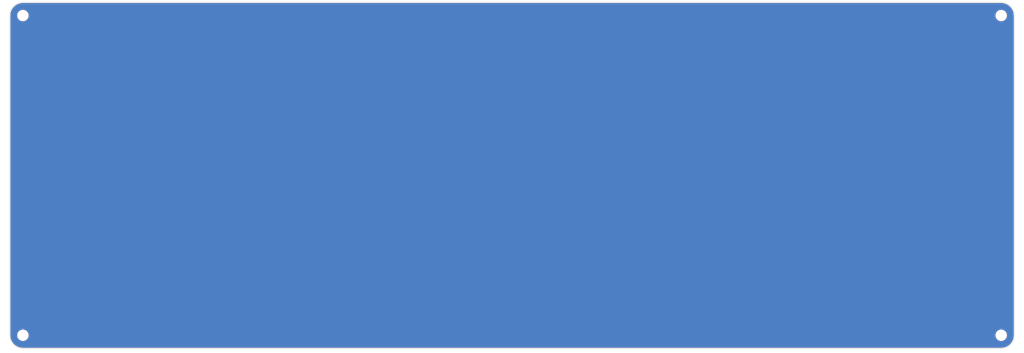
<source format=kicad_pcb>
(kicad_pcb (version 20210228) (generator pcbnew)
  (layers (0 "F.Cu" signal) (31 "B.Cu" signal) (34 "B.Paste" user) (35 "F.Paste" user) (36 "B.SilkS" user "B.Silkscreen") (37 "F.SilkS" user "F.Silkscreen") (38 "B.Mask" user) (39 "F.Mask" user) (44 "Edge.Cuts" user))
  (net 0 "")
  (footprint "MountingHole:MountingHole_2.2mm_M2" (layer "F.Cu") (at 243 23)
    (fp_text reference "H3" hide)
    (fp_text value "MountingHole")
    (pad "1" np_thru_hole circle (at 0 0) (size 2.2 2.2) (drill 2.2) (layers *.Cu *.Mask))
  )
  (footprint "MountingHole:MountingHole_2.2mm_M2" (layer "F.Cu") (at 23 95)
    (fp_text reference "H2" hide)
    (fp_text value "MountingHole")
    (pad "1" np_thru_hole circle (at 0 0) (size 2.2 2.2) (drill 2.2) (layers *.Cu *.Mask))
  )
  (footprint "MountingHole:MountingHole_2.2mm_M2" (layer "F.Cu") (at 243 95)
    (fp_text reference "H4" hide)
    (fp_text value "MountingHole")
    (pad "1" np_thru_hole circle (at 0 0) (size 2.2 2.2) (drill 2.2) (layers *.Cu *.Mask))
  )
  (footprint "MountingHole:MountingHole_2.2mm_M2" (layer "F.Cu") (at 23 23)
    (fp_text reference "H1" hide)
    (fp_text value "MountingHole")
    (pad "1" np_thru_hole circle (at 0 0) (size 2.2 2.2) (drill 2.2) (layers *.Cu *.Mask))
  )
  (gr_arc (start 243 23) (end 246 23) (angle -90) (layer "Edge.Cuts") (width 0.1))
  (gr_line (start 20 95) (end 20 23) (layer "Edge.Cuts") (width 0.1))
  (gr_line (start 243 98) (end 23 98) (layer "Edge.Cuts") (width 0.1))
  (gr_arc (start 23 95) (end 20 95) (angle -90) (layer "Edge.Cuts") (width 0.1))
  (gr_arc (start 243 95) (end 243 98) (angle -90) (layer "Edge.Cuts") (width 0.1))
  (gr_line (start 23 20) (end 243 20) (layer "Edge.Cuts") (width 0.1))
  (gr_line (start 246 23) (end 246 95) (layer "Edge.Cuts") (width 0.1))
  (gr_arc (start 23 23) (end 23 20) (angle -90) (layer "Edge.Cuts") (width 0.1))
  (zone (net 0) (net_name "") (layers F&B.Cu) (connect_pads (clearance 0.2)) (min_thickness 0.254) (fill yes (thermal_gap 0.508) (thermal_bridge_width 0.508))
    (polygon (pts (xy 246.5 98.5) (xy 19 98.5) (xy 19 19.5) (xy 246.5 19.5)))
  )
)
</source>
